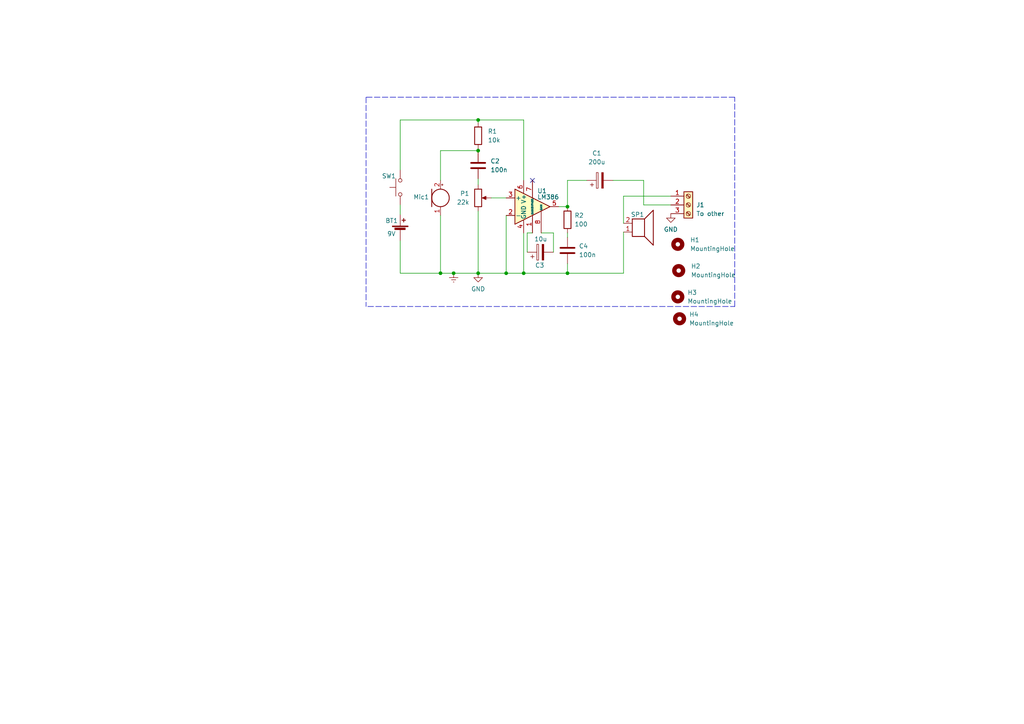
<source format=kicad_sch>
(kicad_sch (version 20211123) (generator eeschema)
  (paper "A4")
  (title_block (title "Intercom") (date "2022-12-08") (rev "1.0") (company "Besmer Labs"))
  (lib_symbols
    (symbol "Amplifier_Audio:LM386" (pin_names (offset 0.127))
      (property "Reference" "U" (at 1.27 7.62 0))
      (property "Value" "LM386" (at 1.27 5.08 0))
      (symbol "LM386_0_1"
        (polyline (pts (xy 5.08 0) (xy -5.08 5.08) (xy -5.08 -5.08) (xy 5.08 0)) (stroke (width 0.254)) (fill (type background)))
      )
      (symbol "LM386_1_1"
        (pin input line (at 0 -7.62 90) (length 5.08) (name "GAIN") (number "1"))
        (pin input line (at -7.62 -2.54 0) (length 2.54) (name "-") (number "2"))
        (pin input line (at -7.62 2.54 0) (length 2.54) (name "+") (number "3"))
        (pin power_in line (at -2.54 -7.62 90) (length 3.81) (name "GND") (number "4"))
        (pin output line (at 7.62 0 180) (length 2.54) (name "~") (number "5"))
        (pin power_in line (at -2.54 7.62 270) (length 3.81) (name "V+") (number "6"))
        (pin input line (at 0 7.62 270) (length 5.08) (name "BYPASS") (number "7"))
        (pin input line (at 2.54 -7.62 90) (length 6.35) (name "GAIN") (number "8"))
      )
    )
    (symbol "Connector:Screw_Terminal_01x03" (pin_names (offset 1.016) hide)
      (property "Reference" "J" (at 0 5.08 0))
      (property "Value" "Screw_Terminal_01x03" (at 0 -5.08 0))
      (symbol "Screw_Terminal_01x03_1_1"
        (rectangle (start -1.27 3.81) (end 1.27 -3.81) (stroke (width 0.254)) (fill (type background)))
        (circle (center 0 -2.54) (radius 0.635) (stroke (width 0.1524)))
        (polyline (pts (xy -0.5334 -2.2098) (xy 0.3302 -3.048)) (stroke (width 0.1524)))
        (polyline (pts (xy -0.5334 0.3302) (xy 0.3302 -0.508)) (stroke (width 0.1524)))
        (polyline (pts (xy -0.5334 2.8702) (xy 0.3302 2.032)) (stroke (width 0.1524)))
        (polyline (pts (xy -0.3556 -2.032) (xy 0.508 -2.8702)) (stroke (width 0.1524)))
        (polyline (pts (xy -0.3556 0.508) (xy 0.508 -0.3302)) (stroke (width 0.1524)))
        (polyline (pts (xy -0.3556 3.048) (xy 0.508 2.2098)) (stroke (width 0.1524)))
        (circle (center 0 0) (radius 0.635) (stroke (width 0.1524)))
        (circle (center 0 2.54) (radius 0.635) (stroke (width 0.1524)))
        (pin passive line (at -5.08 2.54 0) (length 3.81) (name "Pin_1") (number "1"))
        (pin passive line (at -5.08 0 0) (length 3.81) (name "Pin_2") (number "2"))
        (pin passive line (at -5.08 -2.54 0) (length 3.81) (name "Pin_3") (number "3"))
      )
    )
    (symbol "Device:Battery_Cell" (pin_numbers hide) (pin_names (offset 0) hide)
      (property "Reference" "BT" (at 2.54 2.54 0))
      (property "Value" "Battery_Cell" (at 2.54 0 0))
      (symbol "Battery_Cell_0_1"
        (rectangle (start -2.286 1.778) (end 2.286 1.524) (fill (type outline)))
        (rectangle (start -1.5748 1.1938) (end 1.4732 0.6858) (fill (type outline)))
        (polyline (pts (xy 0 0.762) (xy 0 0)))
        (polyline (pts (xy 0 1.778) (xy 0 2.54)))
        (polyline (pts (xy 0.508 3.429) (xy 1.524 3.429)) (stroke (width 0.254)))
        (polyline (pts (xy 1.016 3.937) (xy 1.016 2.921)) (stroke (width 0.254)))
      )
      (symbol "Battery_Cell_1_1"
        (pin passive line (at 0 5.08 270) (length 2.54) (name "+") (number "1"))
        (pin passive line (at 0 -2.54 90) (length 2.54) (name "-") (number "2"))
      )
    )
    (symbol "Device:C" (pin_numbers hide) (pin_names (offset 0.254))
      (property "Reference" "C" (at 0.635 2.54 0))
      (property "Value" "C" (at 0.635 -2.54 0))
      (symbol "C_0_1"
        (polyline (pts (xy -2.032 -0.762) (xy 2.032 -0.762)) (stroke (width 0.508)))
        (polyline (pts (xy -2.032 0.762) (xy 2.032 0.762)) (stroke (width 0.508)))
      )
      (symbol "C_1_1"
        (pin passive line (at 0 3.81 270) (length 2.794) (name "~") (number "1"))
        (pin passive line (at 0 -3.81 90) (length 2.794) (name "~") (number "2"))
      )
    )
    (symbol "Device:C_Polarized" (pin_numbers hide) (pin_names (offset 0.254))
      (property "Reference" "C" (at 0.635 2.54 0))
      (property "Value" "C_Polarized" (at 0.635 -2.54 0))
      (symbol "C_Polarized_0_1"
        (rectangle (start -2.286 0.508) (end 2.286 1.016))
        (polyline (pts (xy -1.778 2.286) (xy -0.762 2.286)))
        (polyline (pts (xy -1.27 2.794) (xy -1.27 1.778)))
        (rectangle (start 2.286 -0.508) (end -2.286 -1.016) (fill (type outline)))
      )
      (symbol "C_Polarized_1_1"
        (pin passive line (at 0 3.81 270) (length 2.794) (name "~") (number "1"))
        (pin passive line (at 0 -3.81 90) (length 2.794) (name "~") (number "2"))
      )
    )
    (symbol "Device:Microphone" (pin_names (offset 0.0254) hide)
      (property "Reference" "MK" (at -3.81 1.27 0))
      (property "Value" "Microphone" (at -3.81 -0.635 0))
      (symbol "Microphone_0_1"
        (polyline (pts (xy -2.54 2.54) (xy -2.54 -2.54)) (stroke (width 0.254)))
        (polyline (pts (xy 0.254 3.81) (xy 0.762 3.81)))
        (polyline (pts (xy 0.508 4.064) (xy 0.508 3.556)))
        (circle (center 0 0) (radius 2.54) (stroke (width 0.254)))
      )
      (symbol "Microphone_1_1"
        (pin passive line (at 0 -5.08 90) (length 2.54) (name "-") (number "1"))
        (pin passive line (at 0 5.08 270) (length 2.54) (name "+") (number "2"))
      )
    )
    (symbol "Device:R" (pin_numbers hide) (pin_names (offset 0))
      (property "Reference" "R" (at 2.032 0 90))
      (property "Value" "R" (at 0 0 90))
      (symbol "R_0_1"
        (rectangle (start -1.016 -2.54) (end 1.016 2.54) (stroke (width 0.254)))
      )
      (symbol "R_1_1"
        (pin passive line (at 0 3.81 270) (length 1.27) (name "~") (number "1"))
        (pin passive line (at 0 -3.81 90) (length 1.27) (name "~") (number "2"))
      )
    )
    (symbol "Device:R_Potentiometer" (pin_numbers hide) (pin_names (offset 1.016) hide)
      (property "Reference" "RV" (at -4.445 0 90))
      (property "Value" "R_Potentiometer" (at -2.54 0 90))
      (symbol "R_Potentiometer_0_1"
        (polyline (pts (xy 2.54 0) (xy 1.524 0)))
        (polyline (pts (xy 1.143 0) (xy 2.286 0.508) (xy 2.286 -0.508) (xy 1.143 0)) (fill (type outline)))
        (rectangle (start 1.016 2.54) (end -1.016 -2.54) (stroke (width 0.254)))
      )
      (symbol "R_Potentiometer_1_1"
        (pin passive line (at 0 3.81 270) (length 1.27) (name "1") (number "1"))
        (pin passive line (at 3.81 0 180) (length 1.27) (name "2") (number "2"))
        (pin passive line (at 0 -3.81 90) (length 1.27) (name "3") (number "3"))
      )
    )
    (symbol "Device:Speaker" (pin_names (offset 0) hide)
      (property "Reference" "LS" (at 1.27 5.715 0))
      (property "Value" "Speaker" (at 1.27 3.81 0))
      (symbol "Speaker_0_0"
        (rectangle (start -2.54 1.27) (end 1.016 -3.81) (stroke (width 0.254)))
        (polyline (pts (xy 1.016 1.27) (xy 3.556 3.81) (xy 3.556 -6.35) (xy 1.016 -3.81)) (stroke (width 0.254)))
      )
      (symbol "Speaker_1_1"
        (pin input line (at -5.08 0 0) (length 2.54) (name "1") (number "1"))
        (pin input line (at -5.08 -2.54 0) (length 2.54) (name "2") (number "2"))
      )
    )
    (symbol "Mechanical:MountingHole" (pin_names (offset 1.016))
      (property "Reference" "H" (at 0 5.08 0))
      (property "Value" "MountingHole" (at 0 3.175 0))
      (symbol "MountingHole_0_1"
        (circle (center 0 0) (radius 1.27) (stroke (width 1.27)))
      )
    )
    (symbol "Switch:SW_Push" (pin_numbers hide) (pin_names (offset 1.016) hide)
      (property "Reference" "SW" (at 1.27 2.54 0))
      (property "Value" "SW_Push" (at 0 -1.524 0))
      (symbol "SW_Push_0_1"
        (circle (center -2.032 0) (radius 0.508))
        (polyline (pts (xy 0 1.27) (xy 0 3.048)))
        (polyline (pts (xy 2.54 1.27) (xy -2.54 1.27)))
        (circle (center 2.032 0) (radius 0.508))
        (pin passive line (at -5.08 0 0) (length 2.54) (name "1") (number "1"))
        (pin passive line (at 5.08 0 180) (length 2.54) (name "2") (number "2"))
      )
    )
    (symbol "power:Earth" (power) (pin_names (offset 0))
      (symbol "Earth_0_1"
        (polyline (pts (xy -0.635 -1.905) (xy 0.635 -1.905)))
        (polyline (pts (xy -0.127 -2.54) (xy 0.127 -2.54)))
        (polyline (pts (xy 0 -1.27) (xy 0 0)))
        (polyline (pts (xy 1.27 -1.27) (xy -1.27 -1.27)))
      )
      (symbol "Earth_1_1"
        (pin power_in line (at 0 0 270) (length 0) hide (name "Earth") (number "1"))
      )
    )
    (symbol "power:GND" (power) (pin_names (offset 0))
      (property "Value" "GND" (at 0 -3.81 0))
      (symbol "GND_0_1"
        (polyline (pts (xy 0 0) (xy 0 -1.27) (xy 1.27 -1.27) (xy 0 -2.54) (xy -1.27 -1.27) (xy 0 -1.27)))
      )
      (symbol "GND_1_1"
        (pin power_in line (at 0 0 270) (length 0) hide (name "GND") (number "1"))
      )
    )
  )
  (junction (at 164.592 59.944))
  (junction (at 151.892 79.248))
  (junction (at 146.812 79.248))
  (junction (at 127.762 79.248))
  (junction (at 164.592 79.248))
  (junction (at 138.684 43.688))
  (junction (at 138.684 79.248))
  (junction (at 131.572 79.248))
  (junction (at 138.684 34.798))
  (no_connect (at 154.432 52.324))
  (wire (pts (xy 127.762 62.484) (xy 127.762 79.248)))
  (wire (pts (xy 152.908 67.564) (xy 154.432 67.564)))
  (wire (pts (xy 138.684 43.688) (xy 127.762 43.688)))
  (wire (pts (xy 162.052 59.944) (xy 164.592 59.944)))
  (wire (pts (xy 152.908 73.152) (xy 152.908 67.564)))
  (wire (pts (xy 127.762 79.248) (xy 131.572 79.248)))
  (wire (pts (xy 186.69 59.436) (xy 186.69 52.324)))
  (wire (pts (xy 160.528 73.152) (xy 160.528 67.564)))
  (wire (pts (xy 138.684 51.816) (xy 138.684 53.594)))
  (wire (pts (xy 131.572 79.248) (xy 138.684 79.248)))
  (wire (pts (xy 127.762 43.688) (xy 127.762 52.324)))
  (wire (pts (xy 180.848 56.896) (xy 180.848 64.77)))
  (wire (pts (xy 164.592 59.944) (xy 164.592 52.324)))
  (polyline (pts (xy 106.68 88.9) (xy 213.106 88.9)))
  (wire (pts (xy 180.848 56.896) (xy 194.564 56.896)))
  (polyline (pts (xy 213.106 28.194) (xy 106.172 28.194)))
  (wire (pts (xy 151.892 79.248) (xy 146.812 79.248)))
  (wire (pts (xy 142.494 57.404) (xy 146.812 57.404)))
  (wire (pts (xy 151.892 67.564) (xy 151.892 79.248)))
  (wire (pts (xy 180.848 79.248) (xy 164.592 79.248)))
  (wire (pts (xy 138.684 34.798) (xy 151.892 34.798)))
  (wire (pts (xy 146.812 79.248) (xy 138.684 79.248)))
  (wire (pts (xy 194.564 59.436) (xy 186.69 59.436)))
  (polyline (pts (xy 213.106 88.9) (xy 213.106 28.194)))
  (wire (pts (xy 177.8 52.324) (xy 186.69 52.324)))
  (wire (pts (xy 164.592 52.324) (xy 170.18 52.324)))
  (wire (pts (xy 160.528 67.564) (xy 156.972 67.564)))
  (wire (pts (xy 138.684 79.248) (xy 138.684 61.214)))
  (wire (pts (xy 146.812 62.484) (xy 146.812 79.248)))
  (wire (pts (xy 116.078 34.798) (xy 116.078 49.276)))
  (wire (pts (xy 116.078 34.798) (xy 138.684 34.798)))
  (wire (pts (xy 164.592 67.564) (xy 164.592 68.834)))
  (wire (pts (xy 138.684 43.688) (xy 138.684 44.196)))
  (wire (pts (xy 116.078 69.85) (xy 116.078 79.248)))
  (wire (pts (xy 151.892 52.324) (xy 151.892 34.798)))
  (wire (pts (xy 164.592 79.248) (xy 151.892 79.248)))
  (wire (pts (xy 164.592 76.454) (xy 164.592 79.248)))
  (wire (pts (xy 138.684 34.798) (xy 138.684 35.56)))
  (polyline (pts (xy 106.172 28.194) (xy 106.172 88.9)))
  (wire (pts (xy 138.684 43.18) (xy 138.684 43.688)))
  (wire (pts (xy 116.078 59.436) (xy 116.078 62.23)))
  (wire (pts (xy 180.848 67.31) (xy 180.848 79.248)))
  (wire (pts (xy 116.078 79.248) (xy 127.762 79.248)))
  (symbol (lib_id "Device:C_Polarized") (at 156.718 73.152 90) (unit 1)
    (property "Reference" "C3" (at 155.194 76.962 90) (effects (justify right)))
    (property "Value" "10u" (at 154.94 69.342 90) (effects (justify right)))
    (property "Footprint" "Capacitor_THT:CP_Axial_L10.0mm_D4.5mm_P15.00mm_Horizontal" (effects hide))
  )
  (symbol (lib_id "Device:C") (at 138.684 48.006 180) (unit 1)
    (property "Reference" "C2" (at 142.24 46.7359 0) (effects (justify right)))
    (property "Value" "100n" (at 142.24 49.2759 0) (effects (justify right)))
    (property "Footprint" "Capacitor_THT:C_Disc_D12.5mm_W5.0mm_P10.00mm" (effects hide))
  )
  (symbol (lib_id "Device:R") (at 138.684 39.37 0) (unit 1)
    (property "Reference" "R1" (at 141.478 38.0999 0) (effects (justify left)))
    (property "Value" "10k" (at 141.478 40.6399 0) (effects (justify left)))
    (property "Footprint" "Resistor_THT:R_Axial_DIN0207_L6.3mm_D2.5mm_P7.62mm_Horizontal" (effects hide))
  )
  (symbol (lib_id "Device:C_Polarized") (at 173.99 52.324 90) (unit 1)
    (property "Reference" "C1" (at 173.101 44.45 90))
    (property "Value" "200u" (at 173.101 46.99 90))
    (property "Footprint" "Capacitor_THT:CP_Radial_D10.0mm_P7.50mm" (effects hide))
  )
  (symbol (lib_id "Device:R") (at 164.592 63.754 180) (unit 1)
    (property "Reference" "R2" (at 166.624 62.4839 0) (effects (justify right)))
    (property "Value" "100" (at 166.624 65.0239 0) (effects (justify right)))
    (property "Footprint" "Resistor_THT:R_Axial_DIN0207_L6.3mm_D2.5mm_P7.62mm_Horizontal" (effects hide))
  )
  (symbol (lib_id "Connector:Screw_Terminal_01x03") (at 199.644 59.436 0) (unit 1)
    (property "Reference" "J1" (at 201.93 59.4359 0) (effects (justify left)))
    (property "Value" "To other" (at 201.93 61.9759 0) (effects (justify left)))
    (property "Footprint" "TerminalBlock_Phoenix:TerminalBlock_Phoenix_PT-1,5-3-3.5-H_1x03_P3.50mm_Horizontal" (effects hide))
  )
  (symbol (lib_id "Mechanical:MountingHole") (at 197.104 92.456 0) (unit 1)
    (property "Reference" "H4" (at 199.898 91.1859 0) (effects (justify left)))
    (property "Value" "MountingHole" (at 199.898 93.7259 0) (effects (justify left)))
    (property "Footprint" "MountingHole:MountingHole_2.7mm_M2.5" (effects hide))
  )
  (symbol (lib_id "power:GND") (at 194.564 61.976 0) (unit 1)
    (property "Reference" "#PWR0103" (effects hide))
    (property "Value" "GND" (at 194.564 66.548 0))
  )
  (symbol (lib_id "Device:Speaker") (at 185.928 67.31 0) (mirror x) (unit 1)
    (property "Reference" "SP1" (at 184.912 62.23 0))
    (property "Value" "Speaker" (effects hide))
    (property "Footprint" "TerminalBlock_Phoenix:TerminalBlock_Phoenix_PT-1,5-2-3.5-H_1x02_P3.50mm_Horizontal" (effects hide))
  )
  (symbol (lib_id "Amplifier_Audio:LM386") (at 154.432 59.944 0) (unit 1)
    (property "Reference" "U1" (at 157.226 55.372 0))
    (property "Value" "LM386" (at 159.004 57.15 0))
    (property "Footprint" "Package_DIP:DIP-8_W7.62mm" (effects hide))
    (property "Datasheet" "http://www.ti.com/lit/ds/symlink/lm386.pdf" (effects hide))
  )
  (symbol (lib_id "Device:C") (at 164.592 72.644 0) (unit 1)
    (property "Reference" "C4" (at 167.894 71.3739 0) (effects (justify left)))
    (property "Value" "100n" (at 167.894 73.9139 0) (effects (justify left)))
    (property "Footprint" "Capacitor_THT:C_Disc_D12.5mm_W5.0mm_P10.00mm" (effects hide))
  )
  (symbol (lib_id "Mechanical:MountingHole") (at 196.596 70.866 0) (unit 1)
    (property "Reference" "H1" (at 200.152 69.5959 0) (effects (justify left)))
    (property "Value" "MountingHole" (at 200.152 72.1359 0) (effects (justify left)))
    (property "Footprint" "MountingHole:MountingHole_2.7mm_M2.5" (effects hide))
  )
  (symbol (lib_id "Device:R_Potentiometer") (at 138.684 57.404 0) (unit 1)
    (property "Reference" "P1" (at 136.144 56.1339 0) (effects (justify right)))
    (property "Value" "22k" (at 136.144 58.6739 0) (effects (justify right)))
    (property "Footprint" "Potentiometer_THT:Potentiometer_Alps_RK163_Single_Horizontal" (effects hide))
  )
  (symbol (lib_id "Switch:SW_Push") (at 116.078 54.356 90) (unit 1)
    (property "Reference" "SW1" (at 110.744 51.054 90) (effects (justify right)))
    (property "Value" "SW_Push" (effects hide))
    (property "Footprint" "Button_Switch_THT:SW_PUSH_6mm_H4.3mm" (effects hide))
  )
  (symbol (lib_id "Device:Microphone") (at 127.762 57.404 0) (unit 1)
    (property "Reference" "Mic1" (at 119.888 57.15 0) (effects (justify left)))
    (property "Value" "Microphone" (effects hide))
    (property "Footprint" "TerminalBlock_Phoenix:TerminalBlock_Phoenix_PT-1,5-2-3.5-H_1x02_P3.50mm_Horizontal" (effects hide))
  )
  (symbol (lib_id "Mechanical:MountingHole") (at 196.596 86.106 0) (unit 1)
    (property "Reference" "H3" (at 199.39 84.8359 0) (effects (justify left)))
    (property "Value" "MountingHole" (at 199.39 87.3759 0) (effects (justify left)))
    (property "Footprint" "MountingHole:MountingHole_2.7mm_M2.5" (effects hide))
  )
  (symbol (lib_id "Device:Battery_Cell") (at 116.078 67.31 0) (unit 1)
    (property "Reference" "BT1" (at 111.76 64.008 0) (effects (justify left)))
    (property "Value" "9V" (at 112.268 67.818 0) (effects (justify left)))
    (property "Footprint" "TerminalBlock_Phoenix:TerminalBlock_Phoenix_PT-1,5-2-3.5-H_1x02_P3.50mm_Horizontal" (effects hide))
  )
  (symbol (lib_id "power:GND") (at 138.684 79.248 0) (unit 1)
    (property "Reference" "#PWR0102" (effects hide))
    (property "Value" "GND" (at 138.684 83.82 0))
  )
  (symbol (lib_id "Mechanical:MountingHole") (at 196.85 78.486 0) (unit 1)
    (property "Reference" "H2" (at 200.406 77.2159 0) (effects (justify left)))
    (property "Value" "MountingHole" (at 200.406 79.7559 0) (effects (justify left)))
    (property "Footprint" "MountingHole:MountingHole_2.7mm_M2.5" (effects hide))
  )
  (symbol (lib_id "power:Earth") (at 131.572 79.248 0) (unit 1)
    (property "Reference" "#PWR0101" (effects hide))
    (property "Value" "Earth" (effects hide))
  )
)
</source>
